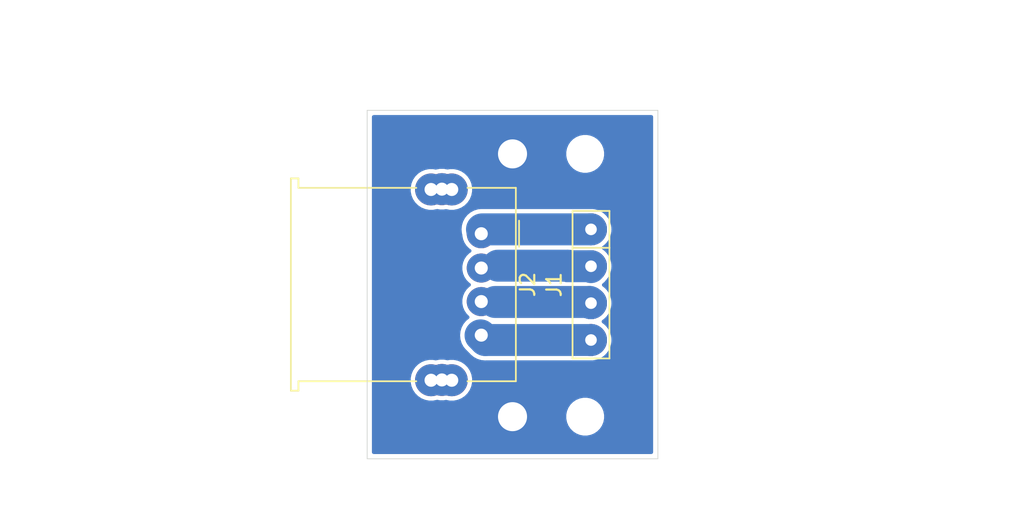
<source format=kicad_pcb>
(kicad_pcb (version 20171130) (host pcbnew "(5.1.6)-1")

  (general
    (thickness 1.6)
    (drawings 14)
    (tracks 11)
    (zones 0)
    (modules 4)
    (nets 5)
  )

  (page A4)
  (layers
    (0 F.Cu signal)
    (31 B.Cu signal)
    (32 B.Adhes user)
    (33 F.Adhes user)
    (34 B.Paste user)
    (35 F.Paste user)
    (36 B.SilkS user)
    (37 F.SilkS user)
    (38 B.Mask user)
    (39 F.Mask user)
    (40 Dwgs.User user)
    (41 Cmts.User user)
    (42 Eco1.User user)
    (43 Eco2.User user)
    (44 Edge.Cuts user)
    (45 Margin user)
    (46 B.CrtYd user)
    (47 F.CrtYd user)
    (48 B.Fab user)
    (49 F.Fab user)
  )

  (setup
    (last_trace_width 0.25)
    (user_trace_width 2)
    (user_trace_width 2.2)
    (trace_clearance 0.2)
    (zone_clearance 0.508)
    (zone_45_only no)
    (trace_min 0.2)
    (via_size 0.8)
    (via_drill 0.4)
    (via_min_size 0.4)
    (via_min_drill 0.3)
    (uvia_size 0.3)
    (uvia_drill 0.1)
    (uvias_allowed no)
    (uvia_min_size 0.2)
    (uvia_min_drill 0.1)
    (edge_width 0.05)
    (segment_width 0.2)
    (pcb_text_width 0.3)
    (pcb_text_size 1.5 1.5)
    (mod_edge_width 0.12)
    (mod_text_size 1 1)
    (mod_text_width 0.15)
    (pad_size 1.524 1.524)
    (pad_drill 0.762)
    (pad_to_mask_clearance 0.05)
    (aux_axis_origin 0 0)
    (visible_elements 7FFFFFFF)
    (pcbplotparams
      (layerselection 0x010fc_ffffffff)
      (usegerberextensions false)
      (usegerberattributes true)
      (usegerberadvancedattributes true)
      (creategerberjobfile true)
      (excludeedgelayer true)
      (linewidth 0.100000)
      (plotframeref false)
      (viasonmask false)
      (mode 1)
      (useauxorigin false)
      (hpglpennumber 1)
      (hpglpenspeed 20)
      (hpglpendiameter 15.000000)
      (psnegative false)
      (psa4output false)
      (plotreference true)
      (plotvalue true)
      (plotinvisibletext false)
      (padsonsilk false)
      (subtractmaskfromsilk false)
      (outputformat 1)
      (mirror false)
      (drillshape 1)
      (scaleselection 1)
      (outputdirectory ""))
  )

  (net 0 "")
  (net 1 "Net-(J1-Pad1)")
  (net 2 "Net-(J1-Pad2)")
  (net 3 "Net-(J1-Pad3)")
  (net 4 "Net-(J1-Pad4)")

  (net_class Default "This is the default net class."
    (clearance 0.2)
    (trace_width 0.25)
    (via_dia 0.8)
    (via_drill 0.4)
    (uvia_dia 0.3)
    (uvia_drill 0.1)
    (add_net "Net-(J1-Pad1)")
    (add_net "Net-(J1-Pad2)")
    (add_net "Net-(J1-Pad3)")
    (add_net "Net-(J1-Pad4)")
  )

  (module 0_my_footprints:myUSB_A_Socket (layer F.Cu) (tedit 64C6116E) (tstamp 64C83FA4)
    (at 7.85 -15.5 270)
    (descr "USB type A, Horizontal, https://www.molex.com/pdm_docs/sd/676433910_sd.pdf")
    (tags "USB_A Female Connector receptacle")
    (path /64C60C6F)
    (fp_text reference J2 (at 3.5 -3.19 90) (layer F.SilkS)
      (effects (font (size 1 1) (thickness 0.15)))
    )
    (fp_text value USB_TYPE_A (at 3.5 14.5 90) (layer F.Fab)
      (effects (font (size 1 1) (thickness 0.15)))
    )
    (fp_line (start 0 -1.27) (end 1 -2.27) (layer F.Fab) (width 0.1))
    (fp_line (start -1 -2.27) (end 0 -1.27) (layer F.Fab) (width 0.1))
    (fp_line (start -0.9 -2.6) (end 0.9 -2.6) (layer F.SilkS) (width 0.12))
    (fp_line (start -3.05 12.69) (end -3.7 12.69) (layer F.Fab) (width 0.1))
    (fp_line (start 10.81 12.58) (end 10.16 12.58) (layer F.SilkS) (width 0.12))
    (fp_line (start -3.81 12.58) (end -3.81 13.1) (layer F.SilkS) (width 0.12))
    (fp_line (start 10.16 4.47) (end 10.16 12.58) (layer F.SilkS) (width 0.12))
    (fp_line (start -3.81 13.1) (end 10.81 13.1) (layer F.SilkS) (width 0.12))
    (fp_line (start 10.81 13.1) (end 10.81 12.58) (layer F.SilkS) (width 0.12))
    (fp_line (start -3.05 12.69) (end -3.05 -2.27) (layer F.Fab) (width 0.1))
    (fp_line (start 10.16 -2.38) (end 10.16 0.95) (layer F.SilkS) (width 0.12))
    (fp_line (start -3.16 -2.38) (end -3.16 0.95) (layer F.SilkS) (width 0.12))
    (fp_line (start -3.16 -2.38) (end 10.16 -2.38) (layer F.SilkS) (width 0.12))
    (fp_line (start -3.55 12.19) (end -3.55 4.66) (layer F.CrtYd) (width 0.05))
    (fp_line (start -4.2 12.19) (end -3.55 12.19) (layer F.CrtYd) (width 0.05))
    (fp_line (start -4.2 13.49) (end -4.2 12.19) (layer F.CrtYd) (width 0.05))
    (fp_line (start 10.55 12.19) (end 10.55 4.66) (layer F.CrtYd) (width 0.05))
    (fp_line (start 11.2 12.19) (end 10.55 12.19) (layer F.CrtYd) (width 0.05))
    (fp_line (start 11.2 13.49) (end 11.2 12.19) (layer F.CrtYd) (width 0.05))
    (fp_line (start -4.2 13.49) (end 11.2 13.49) (layer F.CrtYd) (width 0.05))
    (fp_line (start -3.55 -2.77) (end -3.55 0.76) (layer F.CrtYd) (width 0.05))
    (fp_line (start 10.55 -2.77) (end 10.55 0.76) (layer F.CrtYd) (width 0.05))
    (fp_line (start -3.55 -2.77) (end 10.55 -2.77) (layer F.CrtYd) (width 0.05))
    (fp_line (start -3.05 9.27) (end 10.05 9.27) (layer F.Fab) (width 0.1))
    (fp_line (start 10.7 12.69) (end 10.05 12.69) (layer F.Fab) (width 0.1))
    (fp_line (start 10.7 12.99) (end 10.7 12.69) (layer F.Fab) (width 0.1))
    (fp_line (start -3.7 12.99) (end 10.7 12.99) (layer F.Fab) (width 0.1))
    (fp_line (start -3.7 12.69) (end -3.7 12.99) (layer F.Fab) (width 0.1))
    (fp_line (start -3.16 12.58) (end -3.81 12.58) (layer F.SilkS) (width 0.12))
    (fp_line (start -3.16 12.58) (end -3.16 4.47) (layer F.SilkS) (width 0.12))
    (fp_line (start 10.05 -2.27) (end 10.05 12.69) (layer F.Fab) (width 0.1))
    (fp_line (start -3.05 -2.27) (end 10.05 -2.27) (layer F.Fab) (width 0.1))
    (fp_arc (start 10.07 2.71) (end 10.55 4.66) (angle -152.3426981) (layer F.CrtYd) (width 0.05))
    (fp_arc (start -3.07 2.71) (end -3.55 0.76) (angle -152.3426981) (layer F.CrtYd) (width 0.05))
    (fp_text user %R (at 3.5 3.7 90) (layer F.Fab)
      (effects (font (size 1 1) (thickness 0.15)))
    )
    (pad "" thru_hole circle (at 10.092 3.4544 270) (size 2.2 2.2) (drill 0.9) (layers *.Cu *.Mask))
    (pad "" thru_hole circle (at -3.048 3.4544 270) (size 2.2 2.2) (drill 0.9) (layers *.Cu *.Mask))
    (pad "" thru_hole circle (at 10.092 2.032 270) (size 2.2 2.2) (drill 0.9) (layers *.Cu *.Mask))
    (pad "" thru_hole circle (at -3.048 2.032 270) (size 2.2 2.2) (drill 0.9) (layers *.Cu *.Mask))
    (pad 4 thru_hole circle (at 6.985 0 270) (size 2 2) (drill 0.9) (layers *.Cu *.Mask)
      (net 4 "Net-(J1-Pad4)"))
    (pad 3 thru_hole circle (at 4.6736 0 270) (size 2 2) (drill 0.9) (layers *.Cu *.Mask)
      (net 3 "Net-(J1-Pad3)"))
    (pad 2 thru_hole circle (at 2.3622 0 270) (size 2 2) (drill 0.9) (layers *.Cu *.Mask)
      (net 2 "Net-(J1-Pad2)"))
    (pad 1 thru_hole circle (at 0 0 270) (size 2 2) (drill 0.9) (layers *.Cu *.Mask)
      (net 1 "Net-(J1-Pad1)"))
    (pad "" thru_hole circle (at 10.07 2.71 270) (size 2.2 2.2) (drill 0.9) (layers *.Cu *.Mask))
    (pad "" thru_hole circle (at -3.07 2.71 270) (size 2.2 2.2) (drill 0.9) (layers *.Cu *.Mask))
    (model "C:/src/kiCad/libraries/my_3d_files/USB Connector Type A female.STEP"
      (offset (xyz 3.5 -12.5 5))
      (scale (xyz 1 1 1))
      (rotate (xyz -90 0 0))
    )
  )

  (module 0_my_footprints:myMountingHole_2.0mm (layer F.Cu) (tedit 64C60DC8) (tstamp 64C67760)
    (at 10 -2.9)
    (descr "Mounting Hole 2.5mm, no annular")
    (tags "mounting hole 2.5mm no annular")
    (attr virtual)
    (fp_text reference REF** (at 0 -3.5) (layer B.Fab)
      (effects (font (size 1 1) (thickness 0.15)))
    )
    (fp_text value myMountingHole_2.0mm (at 0 3.5) (layer B.Fab)
      (effects (font (size 1 1) (thickness 0.15)))
    )
    (fp_circle (center 0 0) (end 2.5 0) (layer B.Fab) (width 0.15))
    (pad "" np_thru_hole circle (at 0 0) (size 2 2) (drill 2) (layers *.Cu *.Mask))
  )

  (module 0_my_footprints:myMountingHole_2.0mm (layer F.Cu) (tedit 64C60DC8) (tstamp 64C6774B)
    (at 10 -21)
    (descr "Mounting Hole 2.5mm, no annular")
    (tags "mounting hole 2.5mm no annular")
    (attr virtual)
    (fp_text reference REF** (at 0 -3.5) (layer B.Fab)
      (effects (font (size 1 1) (thickness 0.15)))
    )
    (fp_text value myMountingHole_2.0mm (at 0 3.5) (layer B.Fab)
      (effects (font (size 1 1) (thickness 0.15)))
    )
    (fp_circle (center 0 0) (end 2.5 0) (layer B.Fab) (width 0.15))
    (pad "" np_thru_hole circle (at 0 0) (size 2 2) (drill 2) (layers *.Cu *.Mask))
  )

  (module cnc3018-PCB:my4pin (layer F.Cu) (tedit 612D2557) (tstamp 64C67988)
    (at 15.4 -15.8 270)
    (path /64C60A0A)
    (fp_text reference J1 (at 3.81 2.54 90) (layer F.SilkS)
      (effects (font (size 1 1) (thickness 0.15)))
    )
    (fp_text value "4 PIN" (at 3.81 -2.54 90) (layer F.Fab)
      (effects (font (size 1 1) (thickness 0.15)))
    )
    (fp_line (start 8.89 -1.27) (end 1.27 -1.27) (layer F.SilkS) (width 0.12))
    (fp_line (start 8.89 1.27) (end 8.89 -1.27) (layer F.SilkS) (width 0.12))
    (fp_line (start -1.27 1.27) (end 8.89 1.27) (layer F.SilkS) (width 0.12))
    (fp_line (start 1.27 -1.27) (end 1.27 1.27) (layer F.SilkS) (width 0.12))
    (fp_line (start -1.27 -1.27) (end 1.27 -1.27) (layer F.SilkS) (width 0.12))
    (fp_line (start -1.27 -1.27) (end -1.27 1.27) (layer F.SilkS) (width 0.12))
    (pad 1 thru_hole circle (at 0 0 270) (size 2.2 2.2) (drill 0.8) (layers *.Cu *.Mask)
      (net 1 "Net-(J1-Pad1)"))
    (pad 2 thru_hole circle (at 2.54 0 270) (size 2.2 2.2) (drill 0.8) (layers *.Cu *.Mask)
      (net 2 "Net-(J1-Pad2)"))
    (pad 3 thru_hole circle (at 5.08 0 270) (size 2.2 2.2) (drill 0.8) (layers *.Cu *.Mask)
      (net 3 "Net-(J1-Pad3)"))
    (pad 4 thru_hole circle (at 7.62 0 270) (size 2.2 2.2) (drill 0.8) (layers *.Cu *.Mask)
      (net 4 "Net-(J1-Pad4)"))
  )

  (dimension 10 (width 0.15) (layer Dwgs.User)
    (gr_text "10.000 mm" (at 15 4.6) (layer Dwgs.User)
      (effects (font (size 1 1) (thickness 0.15)))
    )
    (feature1 (pts (xy 10 -2.9) (xy 10 3.886421)))
    (feature2 (pts (xy 20 -2.9) (xy 20 3.886421)))
    (crossbar (pts (xy 20 3.3) (xy 10 3.3)))
    (arrow1a (pts (xy 10 3.3) (xy 11.126504 2.713579)))
    (arrow1b (pts (xy 10 3.3) (xy 11.126504 3.886421)))
    (arrow2a (pts (xy 20 3.3) (xy 18.873496 2.713579)))
    (arrow2b (pts (xy 20 3.3) (xy 18.873496 3.886421)))
  )
  (dimension 10 (width 0.15) (layer Dwgs.User)
    (gr_text "10.000 mm" (at 15 -27.399999) (layer Dwgs.User)
      (effects (font (size 1 1) (thickness 0.15)))
    )
    (feature1 (pts (xy 10 -21.1) (xy 10 -26.68642)))
    (feature2 (pts (xy 20 -21.1) (xy 20 -26.68642)))
    (crossbar (pts (xy 20 -26.099999) (xy 10 -26.099999)))
    (arrow1a (pts (xy 10 -26.099999) (xy 11.126504 -26.68642)))
    (arrow1b (pts (xy 10 -26.099999) (xy 11.126504 -25.513578)))
    (arrow2a (pts (xy 20 -26.099999) (xy 18.873496 -26.68642)))
    (arrow2b (pts (xy 20 -26.099999) (xy 18.873496 -25.513578)))
  )
  (dimension 14 (width 0.15) (layer Dwgs.User)
    (gr_text "14.000 mm" (at -21.6 -12 270) (layer Dwgs.User)
      (effects (font (size 1 1) (thickness 0.15)))
    )
    (feature1 (pts (xy 0 -5) (xy -20.886421 -5)))
    (feature2 (pts (xy 0 -19) (xy -20.886421 -19)))
    (crossbar (pts (xy -20.3 -19) (xy -20.3 -5)))
    (arrow1a (pts (xy -20.3 -5) (xy -20.886421 -6.126504)))
    (arrow1b (pts (xy -20.3 -5) (xy -19.713579 -6.126504)))
    (arrow2a (pts (xy -20.3 -19) (xy -20.886421 -17.873496)))
    (arrow2b (pts (xy -20.3 -19) (xy -19.713579 -17.873496)))
  )
  (dimension 5 (width 0.15) (layer Dwgs.User)
    (gr_text "5.000 mm" (at -4 -2.5 90) (layer Dwgs.User)
      (effects (font (size 1 1) (thickness 0.15)))
    )
    (feature1 (pts (xy 0 -5) (xy -3.286421 -5)))
    (feature2 (pts (xy 0 0) (xy -3.286421 0)))
    (crossbar (pts (xy -2.7 0) (xy -2.7 -5)))
    (arrow1a (pts (xy -2.7 -5) (xy -2.113579 -3.873496)))
    (arrow1b (pts (xy -2.7 -5) (xy -3.286421 -3.873496)))
    (arrow2a (pts (xy -2.7 0) (xy -2.113579 -1.126504)))
    (arrow2b (pts (xy -2.7 0) (xy -3.286421 -1.126504)))
  )
  (dimension 5 (width 0.15) (layer Dwgs.User)
    (gr_text "5.000 mm" (at -5.3 -21.5 270) (layer Dwgs.User)
      (effects (font (size 1 1) (thickness 0.15)))
    )
    (feature1 (pts (xy 0 -19) (xy -4.586421 -19)))
    (feature2 (pts (xy 0 -24) (xy -4.586421 -24)))
    (crossbar (pts (xy -4 -24) (xy -4 -19)))
    (arrow1a (pts (xy -4 -19) (xy -4.586421 -20.126504)))
    (arrow1b (pts (xy -4 -19) (xy -3.413579 -20.126504)))
    (arrow2a (pts (xy -4 -24) (xy -4.586421 -22.873496)))
    (arrow2b (pts (xy -4 -24) (xy -3.413579 -22.873496)))
  )
  (dimension 24.000208 (width 0.15) (layer Dwgs.User)
    (gr_text "24.000 mm" (at 41.550888 -12.089587 270.238731) (layer Dwgs.User)
      (effects (font (size 1 1) (thickness 0.15)))
    )
    (feature1 (pts (xy 20.1 0) (xy 40.887314 -0.086614)))
    (feature2 (pts (xy 20 -24) (xy 40.787314 -24.086614)))
    (crossbar (pts (xy 40.200899 -24.08417) (xy 40.300899 -0.08417)))
    (arrow1a (pts (xy 40.300899 -0.08417) (xy 39.70979 -1.208221)))
    (arrow1b (pts (xy 40.300899 -0.08417) (xy 40.882621 -1.213107)))
    (arrow2a (pts (xy 40.200899 -24.08417) (xy 39.619177 -22.955233)))
    (arrow2b (pts (xy 40.200899 -24.08417) (xy 40.792008 -22.960119)))
  )
  (dimension 20 (width 0.15) (layer Dwgs.User)
    (gr_text "20.000 mm" (at 10 -30.899999) (layer Dwgs.User)
      (effects (font (size 1 1) (thickness 0.15)))
    )
    (feature1 (pts (xy 0 -24) (xy 0 -30.18642)))
    (feature2 (pts (xy 20 -24) (xy 20 -30.18642)))
    (crossbar (pts (xy 20 -29.599999) (xy 0 -29.599999)))
    (arrow1a (pts (xy 0 -29.599999) (xy 1.126504 -30.18642)))
    (arrow1b (pts (xy 0 -29.599999) (xy 1.126504 -29.013578)))
    (arrow2a (pts (xy 20 -29.599999) (xy 18.873496 -30.18642)))
    (arrow2b (pts (xy 20 -29.599999) (xy 18.873496 -29.013578)))
  )
  (dimension 18.2 (width 0.15) (layer Dwgs.User)
    (gr_text "18.200 mm" (at 35 -12 90) (layer Dwgs.User)
      (effects (font (size 1 1) (thickness 0.15)))
    )
    (feature1 (pts (xy 20 -21.1) (xy 34.286421 -21.1)))
    (feature2 (pts (xy 20 -2.9) (xy 34.286421 -2.9)))
    (crossbar (pts (xy 33.7 -2.9) (xy 33.7 -21.1)))
    (arrow1a (pts (xy 33.7 -21.1) (xy 34.286421 -19.973496)))
    (arrow1b (pts (xy 33.7 -21.1) (xy 33.113579 -19.973496)))
    (arrow2a (pts (xy 33.7 -2.9) (xy 34.286421 -4.026504)))
    (arrow2b (pts (xy 33.7 -2.9) (xy 33.113579 -4.026504)))
  )
  (dimension 2.9 (width 0.15) (layer Dwgs.User)
    (gr_text "2.900 mm" (at 25 -1.45 90) (layer Dwgs.User)
      (effects (font (size 1 1) (thickness 0.15)))
    )
    (feature1 (pts (xy 20 -2.9) (xy 24.286421 -2.9)))
    (feature2 (pts (xy 20 0) (xy 24.286421 0)))
    (crossbar (pts (xy 23.7 0) (xy 23.7 -2.9)))
    (arrow1a (pts (xy 23.7 -2.9) (xy 24.286421 -1.773496)))
    (arrow1b (pts (xy 23.7 -2.9) (xy 23.113579 -1.773496)))
    (arrow2a (pts (xy 23.7 0) (xy 24.286421 -1.126504)))
    (arrow2b (pts (xy 23.7 0) (xy 23.113579 -1.126504)))
  )
  (dimension 2.9 (width 0.15) (layer Dwgs.User)
    (gr_text "2.900 mm" (at 25.5 -22.55 270) (layer Dwgs.User)
      (effects (font (size 1 1) (thickness 0.15)))
    )
    (feature1 (pts (xy 20 -21.1) (xy 24.786421 -21.1)))
    (feature2 (pts (xy 20 -24) (xy 24.786421 -24)))
    (crossbar (pts (xy 24.2 -24) (xy 24.2 -21.1)))
    (arrow1a (pts (xy 24.2 -21.1) (xy 23.613579 -22.226504)))
    (arrow1b (pts (xy 24.2 -21.1) (xy 24.786421 -22.226504)))
    (arrow2a (pts (xy 24.2 -24) (xy 23.613579 -22.873496)))
    (arrow2b (pts (xy 24.2 -24) (xy 24.786421 -22.873496)))
  )
  (gr_line (start 20 0) (end 0 0) (layer Edge.Cuts) (width 0.05) (tstamp 64C6759A))
  (gr_line (start 20 -24) (end 20 0) (layer Edge.Cuts) (width 0.05))
  (gr_line (start 0 -24) (end 20 -24) (layer Edge.Cuts) (width 0.05))
  (gr_line (start 0 0) (end 0 -24) (layer Edge.Cuts) (width 0.05))

  (segment (start 15.4 -15.8) (end 7.9 -15.8) (width 2.2) (layer B.Cu) (net 1) (tstamp 64C67970))
  (segment (start 15.3622 -13.1378) (end 15.4 -13.1) (width 2) (layer B.Cu) (net 2) (tstamp 64C67976))
  (segment (start 13.844366 -13.26) (end 13.804366 -13.3) (width 2.2) (layer B.Cu) (net 2) (tstamp 64C67964))
  (segment (start 15.4 -13.26) (end 13.844366 -13.26) (width 2.2) (layer B.Cu) (net 2) (tstamp 64C6796D))
  (segment (start 13.804366 -13.3) (end 9 -13.3) (width 2.2) (layer B.Cu) (net 2) (tstamp 64C67967))
  (segment (start 15.2736 -10.8264) (end 15.4 -10.7) (width 2) (layer B.Cu) (net 3) (tstamp 64C67979))
  (segment (start 15.38 -10.72) (end 15.3 -10.8) (width 2.2) (layer B.Cu) (net 3) (tstamp 64C6795B))
  (segment (start 15.4 -10.72) (end 15.38 -10.72) (width 2.2) (layer B.Cu) (net 3) (tstamp 64C67961))
  (segment (start 15.3 -10.8) (end 8.8 -10.8) (width 2.2) (layer B.Cu) (net 3) (tstamp 64C67973))
  (segment (start 15.4 -8.18) (end 8.12 -8.18) (width 2.2) (layer B.Cu) (net 4) (tstamp 64C6795E))
  (segment (start 8.12 -8.18) (end 7.8 -8.5) (width 2.2) (layer B.Cu) (net 4) (tstamp 64C6796A))

  (zone (net 0) (net_name "") (layer B.Cu) (tstamp 0) (hatch edge 0.508)
    (connect_pads yes (clearance 0.3))
    (min_thickness 0.254)
    (fill yes (arc_segments 32) (thermal_gap 0.508) (thermal_bridge_width 0.508))
    (polygon
      (pts
        (xy 20 0) (xy 0 0) (xy 0 -24) (xy 20 -24)
      )
    )
    (filled_polygon
      (pts
        (xy 19.548001 -0.452) (xy 0.452 -0.452) (xy 0.452 -3.040547) (xy 13.573 -3.040547) (xy 13.573 -2.759453)
        (xy 13.627838 -2.483759) (xy 13.735409 -2.224062) (xy 13.891576 -1.99034) (xy 14.09034 -1.791576) (xy 14.324062 -1.635409)
        (xy 14.583759 -1.527838) (xy 14.859453 -1.473) (xy 15.140547 -1.473) (xy 15.416241 -1.527838) (xy 15.675938 -1.635409)
        (xy 15.90966 -1.791576) (xy 16.108424 -1.99034) (xy 16.264591 -2.224062) (xy 16.372162 -2.483759) (xy 16.427 -2.759453)
        (xy 16.427 -3.040547) (xy 16.372162 -3.316241) (xy 16.264591 -3.575938) (xy 16.108424 -3.80966) (xy 15.90966 -4.008424)
        (xy 15.675938 -4.164591) (xy 15.416241 -4.272162) (xy 15.140547 -4.327) (xy 14.859453 -4.327) (xy 14.583759 -4.272162)
        (xy 14.324062 -4.164591) (xy 14.09034 -4.008424) (xy 13.891576 -3.80966) (xy 13.735409 -3.575938) (xy 13.627838 -3.316241)
        (xy 13.573 -3.040547) (xy 0.452 -3.040547) (xy 0.452 -5.558396) (xy 2.8686 -5.558396) (xy 2.8686 -5.257604)
        (xy 2.927281 -4.96259) (xy 3.04239 -4.684694) (xy 3.209501 -4.434594) (xy 3.422194 -4.221901) (xy 3.672294 -4.05479)
        (xy 3.95019 -3.939681) (xy 4.245204 -3.881) (xy 4.545996 -3.881) (xy 4.823102 -3.936119) (xy 4.989604 -3.903)
        (xy 5.290396 -3.903) (xy 5.423698 -3.929515) (xy 5.667604 -3.881) (xy 5.968396 -3.881) (xy 6.26341 -3.939681)
        (xy 6.541306 -4.05479) (xy 6.791406 -4.221901) (xy 7.004099 -4.434594) (xy 7.17121 -4.684694) (xy 7.286319 -4.96259)
        (xy 7.345 -5.257604) (xy 7.345 -5.558396) (xy 7.286319 -5.85341) (xy 7.17121 -6.131306) (xy 7.004099 -6.381406)
        (xy 6.791406 -6.594099) (xy 6.541306 -6.76121) (xy 6.26341 -6.876319) (xy 5.968396 -6.935) (xy 5.667604 -6.935)
        (xy 5.534302 -6.908485) (xy 5.290396 -6.957) (xy 4.989604 -6.957) (xy 4.712498 -6.901881) (xy 4.545996 -6.935)
        (xy 4.245204 -6.935) (xy 3.95019 -6.876319) (xy 3.672294 -6.76121) (xy 3.422194 -6.594099) (xy 3.209501 -6.381406)
        (xy 3.04239 -6.131306) (xy 2.927281 -5.85341) (xy 2.8686 -5.558396) (xy 0.452 -5.558396) (xy 0.452 -8.5)
        (xy 6.265613 -8.5) (xy 6.295096 -8.200656) (xy 6.382411 -7.912815) (xy 6.524204 -7.64754) (xy 6.667208 -7.473289)
        (xy 6.987203 -7.153294) (xy 7.035024 -7.095024) (xy 7.26754 -6.904203) (xy 7.532815 -6.76241) (xy 7.820656 -6.675095)
        (xy 8.044989 -6.653) (xy 8.044998 -6.653) (xy 8.119999 -6.645613) (xy 8.195 -6.653) (xy 15.550396 -6.653)
        (xy 15.624336 -6.667707) (xy 15.699344 -6.675095) (xy 15.771466 -6.696973) (xy 15.84541 -6.711681) (xy 15.915061 -6.740532)
        (xy 15.987185 -6.76241) (xy 16.053658 -6.797941) (xy 16.123306 -6.82679) (xy 16.185989 -6.868674) (xy 16.25246 -6.904203)
        (xy 16.310719 -6.952015) (xy 16.373406 -6.993901) (xy 16.426717 -7.047212) (xy 16.484976 -7.095024) (xy 16.532788 -7.153283)
        (xy 16.586099 -7.206594) (xy 16.627985 -7.269281) (xy 16.675797 -7.32754) (xy 16.711326 -7.394011) (xy 16.75321 -7.456694)
        (xy 16.782059 -7.526342) (xy 16.81759 -7.592815) (xy 16.839468 -7.664939) (xy 16.868319 -7.73459) (xy 16.883027 -7.808534)
        (xy 16.904905 -7.880656) (xy 16.912293 -7.955664) (xy 16.927 -8.029604) (xy 16.927 -8.104989) (xy 16.934388 -8.18)
        (xy 16.927 -8.255011) (xy 16.927 -8.330396) (xy 16.912293 -8.404336) (xy 16.904905 -8.479344) (xy 16.883027 -8.551466)
        (xy 16.868319 -8.62541) (xy 16.839468 -8.695061) (xy 16.81759 -8.767185) (xy 16.782059 -8.833658) (xy 16.75321 -8.903306)
        (xy 16.711326 -8.965989) (xy 16.675797 -9.03246) (xy 16.627985 -9.090719) (xy 16.586099 -9.153406) (xy 16.532788 -9.206717)
        (xy 16.484976 -9.264976) (xy 16.426717 -9.312788) (xy 16.373406 -9.366099) (xy 16.310719 -9.407985) (xy 16.259524 -9.45)
        (xy 16.310719 -9.492015) (xy 16.373406 -9.533901) (xy 16.426717 -9.587212) (xy 16.484976 -9.635024) (xy 16.532788 -9.693283)
        (xy 16.586099 -9.746594) (xy 16.627985 -9.809281) (xy 16.675797 -9.86754) (xy 16.711326 -9.934011) (xy 16.75321 -9.996694)
        (xy 16.782059 -10.066342) (xy 16.81759 -10.132815) (xy 16.839468 -10.204939) (xy 16.868319 -10.27459) (xy 16.883027 -10.348534)
        (xy 16.904905 -10.420656) (xy 16.912293 -10.495664) (xy 16.927 -10.569604) (xy 16.927 -10.644989) (xy 16.934388 -10.72)
        (xy 16.927 -10.795011) (xy 16.927 -10.870396) (xy 16.912293 -10.944336) (xy 16.904905 -11.019344) (xy 16.883027 -11.091466)
        (xy 16.868319 -11.16541) (xy 16.839468 -11.235061) (xy 16.81759 -11.307185) (xy 16.782059 -11.373658) (xy 16.75321 -11.443306)
        (xy 16.711326 -11.505989) (xy 16.675797 -11.57246) (xy 16.627985 -11.630719) (xy 16.586099 -11.693406) (xy 16.532788 -11.746717)
        (xy 16.484976 -11.804976) (xy 16.426717 -11.852788) (xy 16.373406 -11.906099) (xy 16.310719 -11.947985) (xy 16.278188 -11.974683)
        (xy 16.413923 -12.086077) (xy 16.543626 -12.244121) (xy 16.586099 -12.286594) (xy 16.627985 -12.349281) (xy 16.675797 -12.40754)
        (xy 16.711326 -12.474011) (xy 16.75321 -12.536694) (xy 16.782059 -12.606342) (xy 16.81759 -12.672815) (xy 16.839468 -12.744939)
        (xy 16.868319 -12.81459) (xy 16.883027 -12.888534) (xy 16.904905 -12.960656) (xy 16.912293 -13.035664) (xy 16.927 -13.109604)
        (xy 16.927 -13.184989) (xy 16.934388 -13.26) (xy 16.927 -13.335011) (xy 16.927 -13.410396) (xy 16.912293 -13.484336)
        (xy 16.904905 -13.559344) (xy 16.883027 -13.631466) (xy 16.868319 -13.70541) (xy 16.839468 -13.775061) (xy 16.81759 -13.847185)
        (xy 16.782059 -13.913658) (xy 16.75321 -13.983306) (xy 16.711326 -14.045989) (xy 16.675797 -14.11246) (xy 16.627985 -14.170719)
        (xy 16.586099 -14.233406) (xy 16.532788 -14.286717) (xy 16.484976 -14.344976) (xy 16.426717 -14.392788) (xy 16.373406 -14.446099)
        (xy 16.310719 -14.487985) (xy 16.259524 -14.53) (xy 16.310719 -14.572015) (xy 16.373406 -14.613901) (xy 16.426717 -14.667212)
        (xy 16.484976 -14.715024) (xy 16.532788 -14.773283) (xy 16.586099 -14.826594) (xy 16.627985 -14.889281) (xy 16.675797 -14.94754)
        (xy 16.711326 -15.014011) (xy 16.75321 -15.076694) (xy 16.782059 -15.146342) (xy 16.81759 -15.212815) (xy 16.839468 -15.284939)
        (xy 16.868319 -15.35459) (xy 16.883027 -15.428534) (xy 16.904905 -15.500656) (xy 16.912293 -15.575664) (xy 16.927 -15.649604)
        (xy 16.927 -15.724989) (xy 16.934388 -15.8) (xy 16.927 -15.875011) (xy 16.927 -15.950396) (xy 16.912293 -16.024336)
        (xy 16.904905 -16.099344) (xy 16.883027 -16.171466) (xy 16.868319 -16.24541) (xy 16.839468 -16.315061) (xy 16.81759 -16.387185)
        (xy 16.782059 -16.453658) (xy 16.75321 -16.523306) (xy 16.711326 -16.585989) (xy 16.675797 -16.65246) (xy 16.627985 -16.710719)
        (xy 16.586099 -16.773406) (xy 16.532788 -16.826717) (xy 16.484976 -16.884976) (xy 16.426717 -16.932788) (xy 16.373406 -16.986099)
        (xy 16.310719 -17.027985) (xy 16.25246 -17.075797) (xy 16.185989 -17.111326) (xy 16.123306 -17.15321) (xy 16.053658 -17.182059)
        (xy 15.987185 -17.21759) (xy 15.915061 -17.239468) (xy 15.84541 -17.268319) (xy 15.771466 -17.283027) (xy 15.699344 -17.304905)
        (xy 15.624336 -17.312293) (xy 15.550396 -17.327) (xy 7.824989 -17.327) (xy 7.600656 -17.304905) (xy 7.312815 -17.21759)
        (xy 7.04754 -17.075797) (xy 6.815024 -16.884976) (xy 6.624203 -16.65246) (xy 6.48241 -16.387185) (xy 6.395095 -16.099344)
        (xy 6.365612 -15.8) (xy 6.395095 -15.500656) (xy 6.423 -15.408665) (xy 6.423 -15.359453) (xy 6.477838 -15.083759)
        (xy 6.585409 -14.824062) (xy 6.741576 -14.59034) (xy 6.94034 -14.391576) (xy 7.049108 -14.3189) (xy 6.94034 -14.246224)
        (xy 6.741576 -14.04746) (xy 6.585409 -13.813738) (xy 6.477838 -13.554041) (xy 6.423 -13.278347) (xy 6.423 -12.997253)
        (xy 6.477838 -12.721559) (xy 6.585409 -12.461862) (xy 6.741576 -12.22814) (xy 6.94034 -12.029376) (xy 7.011094 -11.9821)
        (xy 6.94034 -11.934824) (xy 6.741576 -11.73606) (xy 6.585409 -11.502338) (xy 6.477838 -11.242641) (xy 6.423 -10.966947)
        (xy 6.423 -10.685853) (xy 6.477838 -10.410159) (xy 6.585409 -10.150462) (xy 6.741576 -9.91674) (xy 6.911828 -9.746488)
        (xy 6.715024 -9.584976) (xy 6.524204 -9.35246) (xy 6.382411 -9.087185) (xy 6.295096 -8.799344) (xy 6.265613 -8.5)
        (xy 0.452 -8.5) (xy 0.452 -18.698396) (xy 2.8686 -18.698396) (xy 2.8686 -18.397604) (xy 2.927281 -18.10259)
        (xy 3.04239 -17.824694) (xy 3.209501 -17.574594) (xy 3.422194 -17.361901) (xy 3.672294 -17.19479) (xy 3.95019 -17.079681)
        (xy 4.245204 -17.021) (xy 4.545996 -17.021) (xy 4.823102 -17.076119) (xy 4.989604 -17.043) (xy 5.290396 -17.043)
        (xy 5.423698 -17.069515) (xy 5.667604 -17.021) (xy 5.968396 -17.021) (xy 6.26341 -17.079681) (xy 6.541306 -17.19479)
        (xy 6.791406 -17.361901) (xy 7.004099 -17.574594) (xy 7.17121 -17.824694) (xy 7.286319 -18.10259) (xy 7.345 -18.397604)
        (xy 7.345 -18.698396) (xy 7.286319 -18.99341) (xy 7.17121 -19.271306) (xy 7.004099 -19.521406) (xy 6.791406 -19.734099)
        (xy 6.541306 -19.90121) (xy 6.26341 -20.016319) (xy 5.968396 -20.075) (xy 5.667604 -20.075) (xy 5.534302 -20.048485)
        (xy 5.290396 -20.097) (xy 4.989604 -20.097) (xy 4.712498 -20.041881) (xy 4.545996 -20.075) (xy 4.245204 -20.075)
        (xy 3.95019 -20.016319) (xy 3.672294 -19.90121) (xy 3.422194 -19.734099) (xy 3.209501 -19.521406) (xy 3.04239 -19.271306)
        (xy 2.927281 -18.99341) (xy 2.8686 -18.698396) (xy 0.452 -18.698396) (xy 0.452 -21.140547) (xy 13.573 -21.140547)
        (xy 13.573 -20.859453) (xy 13.627838 -20.583759) (xy 13.735409 -20.324062) (xy 13.891576 -20.09034) (xy 14.09034 -19.891576)
        (xy 14.324062 -19.735409) (xy 14.583759 -19.627838) (xy 14.859453 -19.573) (xy 15.140547 -19.573) (xy 15.416241 -19.627838)
        (xy 15.675938 -19.735409) (xy 15.90966 -19.891576) (xy 16.108424 -20.09034) (xy 16.264591 -20.324062) (xy 16.372162 -20.583759)
        (xy 16.427 -20.859453) (xy 16.427 -21.140547) (xy 16.372162 -21.416241) (xy 16.264591 -21.675938) (xy 16.108424 -21.90966)
        (xy 15.90966 -22.108424) (xy 15.675938 -22.264591) (xy 15.416241 -22.372162) (xy 15.140547 -22.427) (xy 14.859453 -22.427)
        (xy 14.583759 -22.372162) (xy 14.324062 -22.264591) (xy 14.09034 -22.108424) (xy 13.891576 -21.90966) (xy 13.735409 -21.675938)
        (xy 13.627838 -21.416241) (xy 13.573 -21.140547) (xy 0.452 -21.140547) (xy 0.452 -23.548) (xy 19.548 -23.548)
      )
    )
  )
)

</source>
